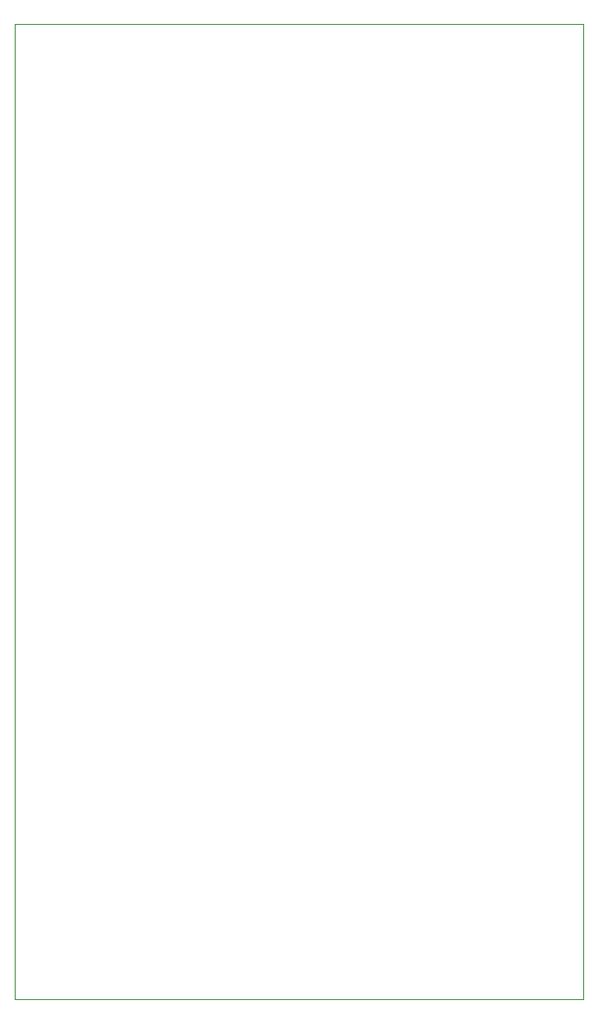
<source format=gbr>
G04 #@! TF.GenerationSoftware,KiCad,Pcbnew,(5.1.5-0-10_14)*
G04 #@! TF.CreationDate,2020-06-22T09:19:20+10:00*
G04 #@! TF.ProjectId,LED_Down_Multi,4c45445f-446f-4776-9e5f-4d756c74692e,rev?*
G04 #@! TF.SameCoordinates,Original*
G04 #@! TF.FileFunction,Profile,NP*
%FSLAX46Y46*%
G04 Gerber Fmt 4.6, Leading zero omitted, Abs format (unit mm)*
G04 Created by KiCad (PCBNEW (5.1.5-0-10_14)) date 2020-06-22 09:19:20*
%MOMM*%
%LPD*%
G04 APERTURE LIST*
%ADD10C,0.050000*%
G04 APERTURE END LIST*
D10*
X166370000Y-42926000D02*
X166370000Y-132588000D01*
X166370000Y-132588000D02*
X218694000Y-132588000D01*
X218694000Y-132588000D02*
X218694000Y-42926000D01*
X218694000Y-42926000D02*
X166370000Y-42926000D01*
M02*

</source>
